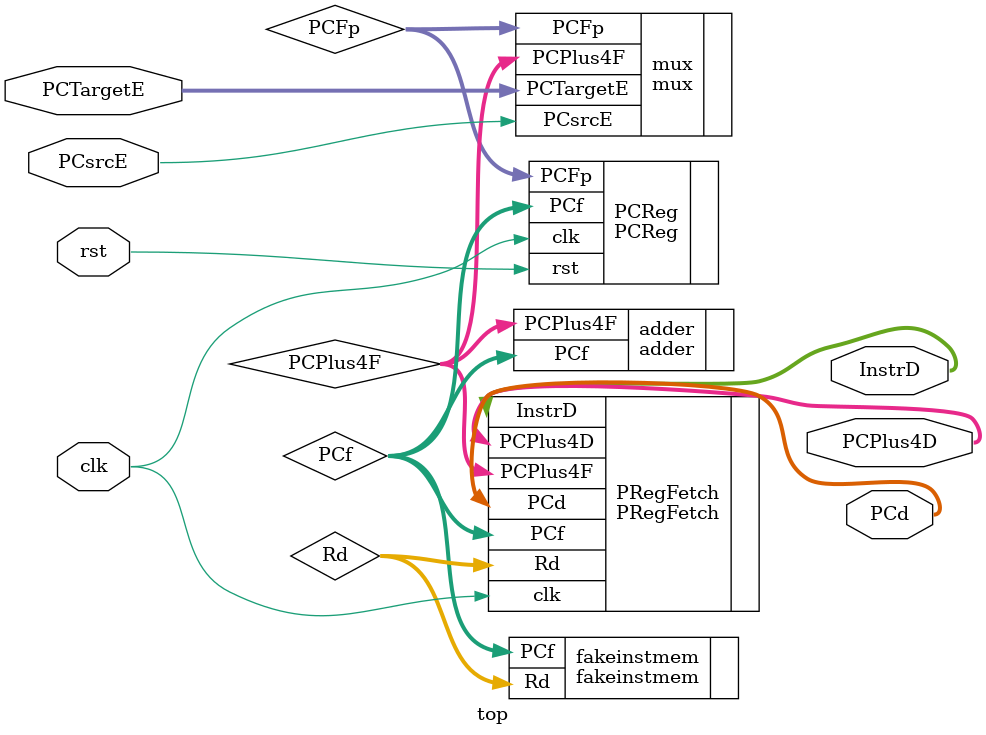
<source format=sv>
module top #(
    parameter DATA_WIDTH = 32
) (
    input   logic                  clk,
    input   logic                  rst,
    input   logic                  PCsrcE,
    input   logic [DATA_WIDTH-1:0] PCTargetE,
    output  logic [DATA_WIDTH-1:0] InstrD,
    output  logic [DATA_WIDTH-1:0] PCd,
    output  logic [DATA_WIDTH-1:0] PCPlus4D

);

    logic [DATA_WIDTH-1:0] PCFp;
    logic [DATA_WIDTH-1:0] PCf;
    logic [DATA_WIDTH-1:0] PCPlus4F;
    logic [DATA_WIDTH-1:0] Rd;

    PCReg PCReg (
        .clk (clk),      
        .rst (rst),    
        .PCFp (PCFp),       
        .PCf (PCf)     	
    );

    mux mux (
        .PCTargetE (PCTargetE),          
        .PCsrcE (PCsrcE),
        .PCPlus4F (PCPlus4F),       
        .PCFp (PCFp)     	
    );

    fakeinstmem fakeinstmem (
        .PCf (PCf),          
        .Rd (Rd)  	
    );

    adder adder (
        .PCf (PCf),          
        .PCPlus4F (PCPlus4F)  	
    );

    PRegFetch PRegFetch (
        .clk (clk),
        .Rd (Rd),     
        .PCf (PCf),      
        .PCPlus4F (PCPlus4F),       
        .InstrD (InstrD),
        .PCd (PCd),  
        .PCPlus4D (PCPlus4D)	
    );

endmodule

</source>
